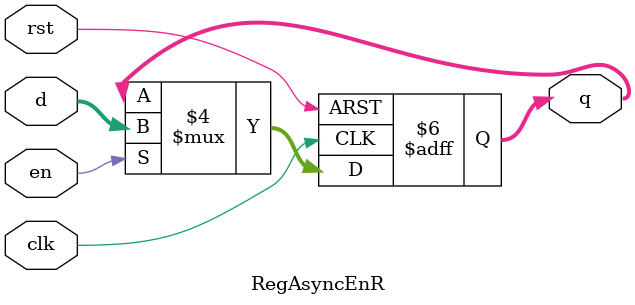
<source format=sv>
module RegAsyncEnR #(
	parameter DATA_WIDTH = 32
)(
	input logic clk,
	input logic rst,
  input logic en,
	input logic [DATA_WIDTH-1:0] d,
	output logic [DATA_WIDTH-1:0] q
);


always_ff @(posedge clk, posedge rst)
    if (rst == 1'b1)
        q <= 0;
    else if (en == 1'b1)
        q <= d;

endmodule

</source>
